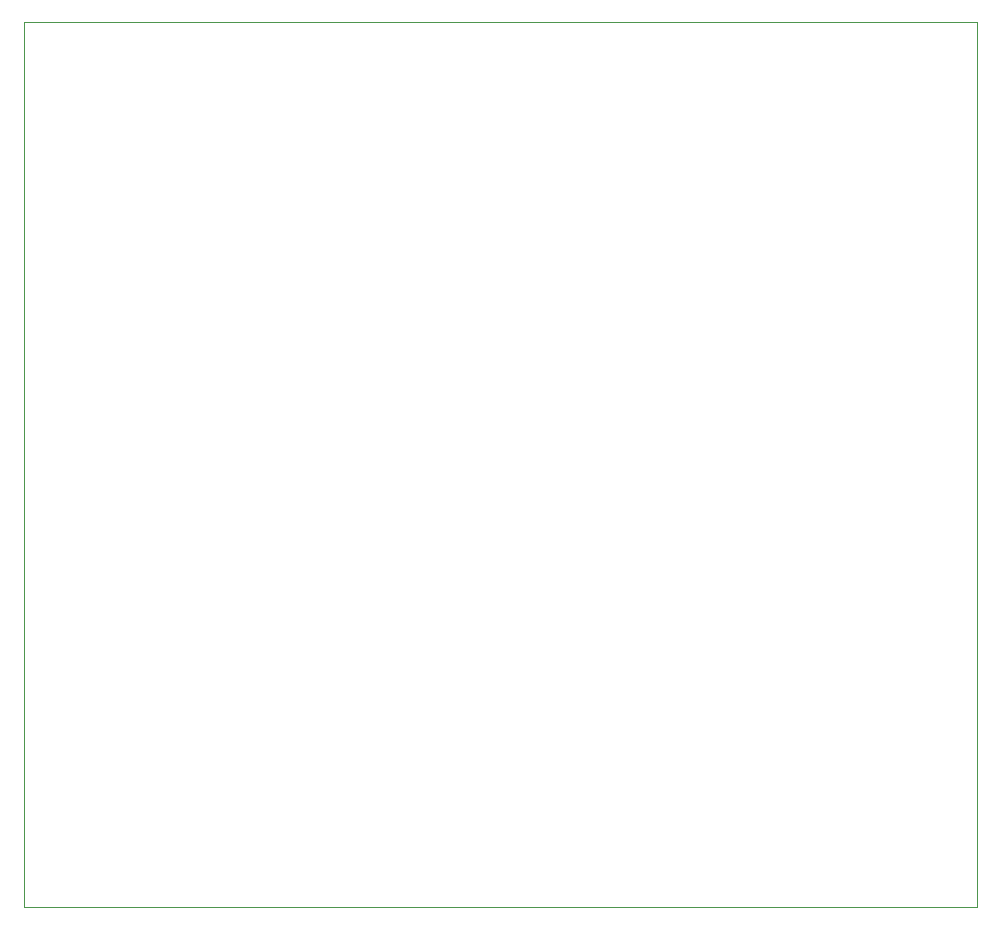
<source format=gbr>
%TF.GenerationSoftware,KiCad,Pcbnew,7.0.10*%
%TF.CreationDate,2025-02-21T10:20:25+00:00*%
%TF.ProjectId,VC_ADSR_D80-R,56435f41-4453-4525-9f44-38302d522e6b,rev?*%
%TF.SameCoordinates,Original*%
%TF.FileFunction,Profile,NP*%
%FSLAX46Y46*%
G04 Gerber Fmt 4.6, Leading zero omitted, Abs format (unit mm)*
G04 Created by KiCad (PCBNEW 7.0.10) date 2025-02-21 10:20:25*
%MOMM*%
%LPD*%
G01*
G04 APERTURE LIST*
%TA.AperFunction,Profile*%
%ADD10C,0.100000*%
%TD*%
G04 APERTURE END LIST*
D10*
X74295000Y-66040000D02*
X154940000Y-66040000D01*
X154940000Y-140970000D01*
X74295000Y-140970000D01*
X74295000Y-66040000D01*
M02*

</source>
